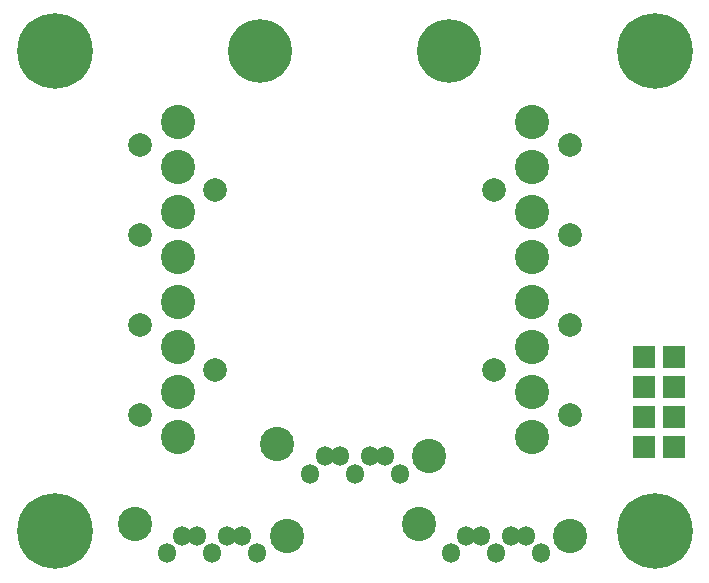
<source format=gbr>
%TF.GenerationSoftware,KiCad,Pcbnew,6.0.4-6f826c9f35~116~ubuntu20.04.1*%
%TF.CreationDate,2022-05-25T09:33:46+00:00*%
%TF.ProjectId,RFIQINT01B,52464951-494e-4543-9031-422e6b696361,REV 0.2*%
%TF.SameCoordinates,Original*%
%TF.FileFunction,Soldermask,Top*%
%TF.FilePolarity,Negative*%
%FSLAX46Y46*%
G04 Gerber Fmt 4.6, Leading zero omitted, Abs format (unit mm)*
G04 Created by KiCad (PCBNEW 6.0.4-6f826c9f35~116~ubuntu20.04.1) date 2022-05-25 09:33:46*
%MOMM*%
%LPD*%
G01*
G04 APERTURE LIST*
G04 Aperture macros list*
%AMRoundRect*
0 Rectangle with rounded corners*
0 $1 Rounding radius*
0 $2 $3 $4 $5 $6 $7 $8 $9 X,Y pos of 4 corners*
0 Add a 4 corners polygon primitive as box body*
4,1,4,$2,$3,$4,$5,$6,$7,$8,$9,$2,$3,0*
0 Add four circle primitives for the rounded corners*
1,1,$1+$1,$2,$3*
1,1,$1+$1,$4,$5*
1,1,$1+$1,$6,$7*
1,1,$1+$1,$8,$9*
0 Add four rect primitives between the rounded corners*
20,1,$1+$1,$2,$3,$4,$5,0*
20,1,$1+$1,$4,$5,$6,$7,0*
20,1,$1+$1,$6,$7,$8,$9,0*
20,1,$1+$1,$8,$9,$2,$3,0*%
G04 Aperture macros list end*
%ADD10C,2.000000*%
%ADD11C,2.900000*%
%ADD12O,1.500000X1.700000*%
%ADD13RoundRect,0.200000X-0.762000X-0.762000X0.762000X-0.762000X0.762000X0.762000X-0.762000X0.762000X0*%
%ADD14C,6.400000*%
%ADD15C,5.400000*%
G04 APERTURE END LIST*
D10*
%TO.C,J3*%
X145200000Y-101885000D03*
X138800000Y-98075000D03*
X145200000Y-94265000D03*
X138800000Y-113315000D03*
X145200000Y-109505000D03*
X145200000Y-117125000D03*
D11*
X142000000Y-92360000D03*
X142000000Y-96170000D03*
X142000000Y-99980000D03*
X142000000Y-103790001D03*
X142000000Y-107599999D03*
X142000000Y-111410000D03*
X142000000Y-115220000D03*
X142000000Y-119030000D03*
%TD*%
D12*
%TO.C,J2*%
X142810000Y-128860000D03*
X141540000Y-127360000D03*
X140270000Y-127360000D03*
X139000000Y-128860000D03*
X137730000Y-127360000D03*
X136460000Y-127360000D03*
X135190000Y-128860000D03*
D11*
X132440000Y-126360000D03*
X145270000Y-127360000D03*
%TD*%
D12*
%TO.C,J4*%
X130810000Y-122110000D03*
X129540000Y-120610000D03*
X128270000Y-120610000D03*
X127000000Y-122110000D03*
X125730000Y-120610000D03*
X124460000Y-120610000D03*
X123190000Y-122110000D03*
D11*
X120440000Y-119610000D03*
X133270000Y-120610000D03*
%TD*%
D10*
%TO.C,J5*%
X108800000Y-94265000D03*
X115200000Y-98075000D03*
X108800000Y-109505000D03*
X115200000Y-113315000D03*
X108800000Y-101885000D03*
X108800000Y-117125000D03*
D11*
X112000000Y-119030000D03*
X112000000Y-115220000D03*
X112000000Y-111410000D03*
X112000000Y-107599999D03*
X112000000Y-103790001D03*
X112000000Y-99980000D03*
X112000000Y-96170000D03*
X112000000Y-92360000D03*
%TD*%
D12*
%TO.C,J6*%
X118770000Y-128860000D03*
X117500000Y-127360000D03*
X116230000Y-127360000D03*
X114960000Y-128860000D03*
X113690000Y-127360000D03*
X112420000Y-127360000D03*
X111150000Y-128860000D03*
D11*
X108400000Y-126360000D03*
X121230000Y-127360000D03*
%TD*%
D13*
%TO.C,J1*%
X151536400Y-112268000D03*
X154076400Y-112268000D03*
X151536400Y-114808000D03*
X154076400Y-114808000D03*
X151536400Y-117348000D03*
X154076400Y-117348000D03*
X151536400Y-119888000D03*
X154076400Y-119888000D03*
%TD*%
D14*
%TO.C,M1*%
X101600000Y-127000000D03*
%TD*%
%TO.C,M2*%
X152400000Y-127000000D03*
%TD*%
%TO.C,M3*%
X101600000Y-86360000D03*
%TD*%
%TO.C,M4*%
X152400000Y-86360000D03*
%TD*%
D15*
%TO.C,M5*%
X119000000Y-86360000D03*
%TD*%
%TO.C,M6*%
X135000000Y-86360000D03*
%TD*%
M02*

</source>
